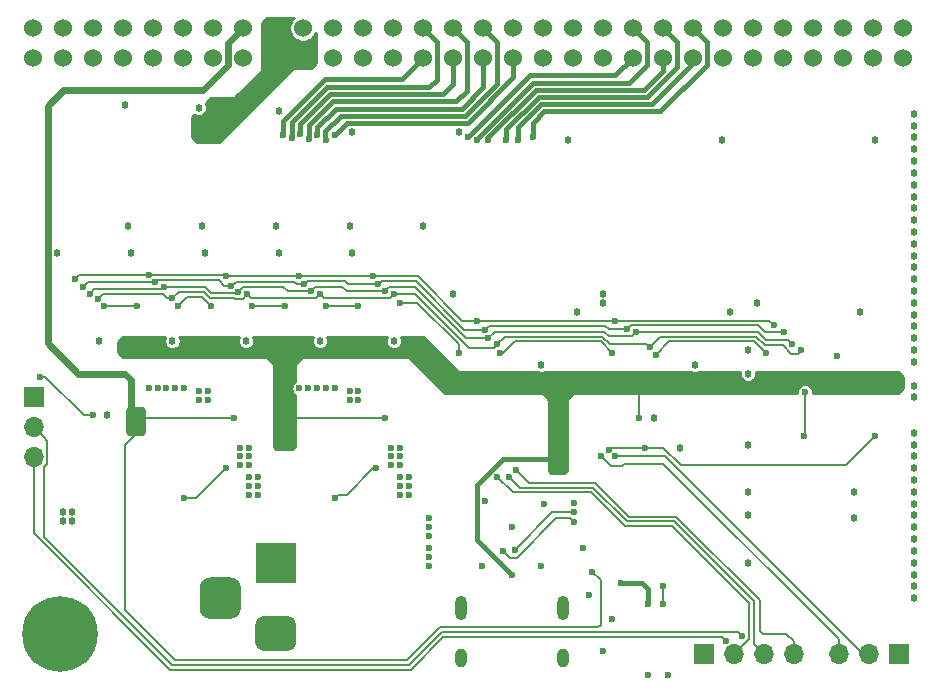
<source format=gbr>
G04 #@! TF.GenerationSoftware,KiCad,Pcbnew,(5.1.9-0-10_14)*
G04 #@! TF.CreationDate,2021-03-16T19:17:09+01:00*
G04 #@! TF.ProjectId,cflipclock_rev_a,63666c69-7063-46c6-9f63-6b5f7265765f,rev?*
G04 #@! TF.SameCoordinates,Original*
G04 #@! TF.FileFunction,Copper,L4,Bot*
G04 #@! TF.FilePolarity,Positive*
%FSLAX46Y46*%
G04 Gerber Fmt 4.6, Leading zero omitted, Abs format (unit mm)*
G04 Created by KiCad (PCBNEW (5.1.9-0-10_14)) date 2021-03-16 19:17:09*
%MOMM*%
%LPD*%
G01*
G04 APERTURE LIST*
G04 #@! TA.AperFunction,ComponentPad*
%ADD10O,1.700000X1.700000*%
G04 #@! TD*
G04 #@! TA.AperFunction,ComponentPad*
%ADD11R,1.700000X1.700000*%
G04 #@! TD*
G04 #@! TA.AperFunction,ComponentPad*
%ADD12R,3.500000X3.500000*%
G04 #@! TD*
G04 #@! TA.AperFunction,ComponentPad*
%ADD13C,0.800000*%
G04 #@! TD*
G04 #@! TA.AperFunction,ComponentPad*
%ADD14C,6.400000*%
G04 #@! TD*
G04 #@! TA.AperFunction,ComponentPad*
%ADD15C,1.524000*%
G04 #@! TD*
G04 #@! TA.AperFunction,ComponentPad*
%ADD16O,1.000000X2.100000*%
G04 #@! TD*
G04 #@! TA.AperFunction,ComponentPad*
%ADD17O,1.000000X1.600000*%
G04 #@! TD*
G04 #@! TA.AperFunction,ViaPad*
%ADD18C,0.624800*%
G04 #@! TD*
G04 #@! TA.AperFunction,ViaPad*
%ADD19C,0.600000*%
G04 #@! TD*
G04 #@! TA.AperFunction,Conductor*
%ADD20C,0.200000*%
G04 #@! TD*
G04 #@! TA.AperFunction,Conductor*
%ADD21C,0.400000*%
G04 #@! TD*
G04 #@! TA.AperFunction,Conductor*
%ADD22C,0.250000*%
G04 #@! TD*
G04 #@! TA.AperFunction,Conductor*
%ADD23C,0.600000*%
G04 #@! TD*
G04 #@! TA.AperFunction,Conductor*
%ADD24C,0.254000*%
G04 #@! TD*
G04 #@! TA.AperFunction,Conductor*
%ADD25C,0.100000*%
G04 #@! TD*
G04 APERTURE END LIST*
D10*
X179670000Y-121750000D03*
X182210000Y-121750000D03*
D11*
X184750000Y-121750000D03*
D10*
X111500000Y-105080000D03*
X111500000Y-102540000D03*
D11*
X111500000Y-100000000D03*
D10*
X175870000Y-121750000D03*
X173330000Y-121750000D03*
X170790000Y-121750000D03*
D11*
X168250000Y-121750000D03*
G04 #@! TA.AperFunction,ComponentPad*
G36*
G01*
X128175000Y-118750000D02*
X126425000Y-118750000D01*
G75*
G02*
X125550000Y-117875000I0J875000D01*
G01*
X125550000Y-116125000D01*
G75*
G02*
X126425000Y-115250000I875000J0D01*
G01*
X128175000Y-115250000D01*
G75*
G02*
X129050000Y-116125000I0J-875000D01*
G01*
X129050000Y-117875000D01*
G75*
G02*
X128175000Y-118750000I-875000J0D01*
G01*
G37*
G04 #@! TD.AperFunction*
G04 #@! TA.AperFunction,ComponentPad*
G36*
G01*
X133000000Y-121500000D02*
X131000000Y-121500000D01*
G75*
G02*
X130250000Y-120750000I0J750000D01*
G01*
X130250000Y-119250000D01*
G75*
G02*
X131000000Y-118500000I750000J0D01*
G01*
X133000000Y-118500000D01*
G75*
G02*
X133750000Y-119250000I0J-750000D01*
G01*
X133750000Y-120750000D01*
G75*
G02*
X133000000Y-121500000I-750000J0D01*
G01*
G37*
G04 #@! TD.AperFunction*
D12*
X132000000Y-114000000D03*
D13*
X115447056Y-118302944D03*
X113750000Y-117600000D03*
X112052944Y-118302944D03*
X111350000Y-120000000D03*
X112052944Y-121697056D03*
X113750000Y-122400000D03*
X115447056Y-121697056D03*
X116150000Y-120000000D03*
D14*
X113750000Y-120000000D03*
D15*
X111441100Y-71273600D03*
X111441100Y-68733600D03*
X113981100Y-71273600D03*
X113981100Y-68733600D03*
X116521100Y-71273600D03*
X116521100Y-68733600D03*
X119061100Y-71273600D03*
X119061100Y-68733600D03*
X121601100Y-71273600D03*
X121601100Y-68733600D03*
X124141100Y-71273600D03*
X124141100Y-68733600D03*
X126681100Y-71273600D03*
X126681100Y-68733600D03*
X129221100Y-71273600D03*
X129221100Y-68733600D03*
X131761100Y-71273600D03*
X131761100Y-68733600D03*
X134301100Y-71273600D03*
X134301100Y-68733600D03*
X136841100Y-71273600D03*
X136841100Y-68733600D03*
X139381100Y-71273600D03*
X139381100Y-68733600D03*
X141921100Y-71273600D03*
X141921100Y-68733600D03*
X144461100Y-71273600D03*
X144461100Y-68733600D03*
X147001100Y-71273600D03*
X147001100Y-68733600D03*
X149541100Y-71273600D03*
X149541100Y-68733600D03*
X152081100Y-71273600D03*
X152081100Y-68733600D03*
X154621100Y-71273600D03*
X154621100Y-68733600D03*
X157161100Y-71273600D03*
X157161100Y-68733600D03*
X159701100Y-71273600D03*
X159701100Y-68733600D03*
X162241100Y-71273600D03*
X162241100Y-68733600D03*
X164781100Y-71273600D03*
X164781100Y-68733600D03*
X167321100Y-71273600D03*
X167321100Y-68733600D03*
X169861100Y-71273600D03*
X169861100Y-68733600D03*
X172401100Y-71273600D03*
X172401100Y-68733600D03*
X174941100Y-71273600D03*
X174941100Y-68733600D03*
X177481100Y-71273600D03*
X177481100Y-68733600D03*
X180021100Y-71273600D03*
X180021100Y-68733600D03*
X182561100Y-71273600D03*
X182561100Y-68733600D03*
X185101100Y-71273600D03*
X185101100Y-68733600D03*
D16*
X156320000Y-117870000D03*
X147680000Y-117870000D03*
D17*
X147680000Y-122050000D03*
X156320000Y-122050000D03*
D18*
X147000000Y-91250000D03*
X159750000Y-91250000D03*
X159750000Y-92000000D03*
X172750000Y-92000000D03*
X156750000Y-78250000D03*
X169750000Y-78250000D03*
X182750000Y-78250000D03*
X181500000Y-92750000D03*
X170500000Y-92750000D03*
X157500000Y-92750000D03*
X125500000Y-75500000D03*
X119250000Y-75250000D03*
X132250000Y-75750000D03*
X138500000Y-77500000D03*
X147500000Y-77500000D03*
X138500000Y-87750000D03*
X132250000Y-87750000D03*
X138250000Y-85500000D03*
X144500000Y-85500000D03*
X132000000Y-85500000D03*
X126000000Y-87750000D03*
X125750000Y-85500000D03*
X113500000Y-87750000D03*
X119500000Y-85500000D03*
X119750000Y-87750000D03*
X142000000Y-95250000D03*
X135750000Y-95250000D03*
X129500000Y-95250000D03*
X123250000Y-95250000D03*
X117000000Y-95250000D03*
D19*
X141750000Y-105000000D03*
X142500000Y-105750000D03*
X141750000Y-105750000D03*
X142500000Y-107500000D03*
X142500000Y-106750000D03*
X143250000Y-106750000D03*
X143250000Y-107500000D03*
X142500000Y-105000000D03*
X141750000Y-104250000D03*
X142500000Y-104250000D03*
X143250000Y-108250000D03*
X142500000Y-108250000D03*
X137000000Y-99250000D03*
X136250000Y-99250000D03*
X135500000Y-99250000D03*
X134750000Y-99250000D03*
X134000000Y-99250000D03*
X139000000Y-100250000D03*
X139000000Y-99500000D03*
X138250000Y-100250000D03*
X138250000Y-99500000D03*
X129000000Y-105750000D03*
X129000000Y-105000000D03*
X129000000Y-104250000D03*
X129750000Y-104250000D03*
X129750000Y-105000000D03*
X129750000Y-105750000D03*
X129750000Y-106750000D03*
X130500000Y-106750000D03*
X129750000Y-107500000D03*
X130500000Y-107500000D03*
X129750000Y-108250000D03*
X130500000Y-108250000D03*
X126250000Y-100250000D03*
X126250000Y-99500000D03*
X125500000Y-99500000D03*
X125500000Y-100250000D03*
X122750000Y-99250000D03*
X123500000Y-99250000D03*
X124250000Y-99250000D03*
X122000000Y-99250000D03*
X121250000Y-99250000D03*
X152000000Y-111000000D03*
X149500000Y-114250000D03*
X154500000Y-114250000D03*
X179500000Y-96500000D03*
D18*
X167500000Y-97250000D03*
X154500000Y-97250000D03*
X172000000Y-98000000D03*
X117750000Y-101500000D03*
X114000000Y-109750000D03*
X114750000Y-109750000D03*
X114000000Y-110500000D03*
X114750000Y-110500000D03*
X186000000Y-105000000D03*
X181000000Y-110250000D03*
D19*
X158000000Y-112750000D03*
X158500000Y-116750000D03*
X159750000Y-121500000D03*
X160500000Y-118750000D03*
X163500000Y-123500000D03*
X165250000Y-123500000D03*
X149750000Y-108750000D03*
D18*
X166215006Y-104285000D03*
D19*
X157253020Y-108934087D03*
X154750000Y-109000000D03*
D18*
X164000000Y-101750000D03*
D19*
X145000000Y-111000000D03*
X145000000Y-110250000D03*
X145000000Y-111750000D03*
X145000000Y-112750000D03*
X145000000Y-113500000D03*
X145000000Y-114250000D03*
D18*
X186000000Y-104000000D03*
X186000000Y-103000000D03*
X186000000Y-106000000D03*
X186000000Y-107000000D03*
X186000000Y-108000000D03*
X186000000Y-109000000D03*
X186000000Y-110000000D03*
X186000000Y-111000000D03*
X186000000Y-112000000D03*
X186000000Y-113000000D03*
X186000000Y-114000000D03*
X186000000Y-115000000D03*
X186000000Y-116000000D03*
X186000000Y-117000000D03*
X186000000Y-100000000D03*
X186000000Y-99000000D03*
X186000000Y-97000000D03*
X186000000Y-96000000D03*
X186000000Y-95000000D03*
X186000000Y-94000000D03*
X186000000Y-93000000D03*
X186000000Y-92000000D03*
X186000000Y-91000000D03*
X186000000Y-90000000D03*
X186000000Y-89000000D03*
X186000000Y-88000000D03*
X186000000Y-87000000D03*
X186000000Y-86000000D03*
X186000000Y-85000000D03*
X186000000Y-84000000D03*
X186000000Y-83000000D03*
X186000000Y-82000000D03*
X186000000Y-81000000D03*
X186000000Y-80000000D03*
X186000000Y-79000000D03*
X186000000Y-78000000D03*
X186000000Y-77000000D03*
X186000000Y-76000000D03*
X172000000Y-96000000D03*
X181000000Y-108000000D03*
X172000000Y-110000000D03*
X172000000Y-108000000D03*
X172000000Y-104000000D03*
X172000000Y-114000000D03*
D19*
X180500000Y-98250000D03*
X141250000Y-101750000D03*
X133250000Y-102000000D03*
X152000000Y-115000000D03*
X167500000Y-98250000D03*
X154500000Y-98250000D03*
X144500000Y-95250000D03*
X138500000Y-95250000D03*
X132250000Y-95250000D03*
X126000000Y-95250000D03*
X119750000Y-95250000D03*
X132500000Y-102000000D03*
X132500000Y-102750000D03*
X133250000Y-102750000D03*
X132500000Y-101250000D03*
X155500000Y-106000000D03*
X156250000Y-106000000D03*
X156250000Y-105250000D03*
X155500000Y-105250000D03*
X161250000Y-115750000D03*
X163500000Y-117500000D03*
X182250000Y-98250000D03*
X182250000Y-99000000D03*
X181500000Y-99000000D03*
X181500000Y-98250000D03*
X162750000Y-101750000D03*
X137000044Y-77750000D03*
X136221692Y-78233333D03*
X135505661Y-77751442D03*
X134782405Y-78093377D03*
X134094234Y-77685406D03*
X133382393Y-78051204D03*
X132641220Y-77750070D03*
X148250000Y-78000000D03*
X149008948Y-78252982D03*
X150000940Y-78250940D03*
X151500000Y-78250000D03*
X152500000Y-78250000D03*
X153750000Y-78000000D03*
X139000000Y-92250000D03*
X136250000Y-92250000D03*
X174152280Y-93899990D03*
X160750000Y-93500000D03*
X149000004Y-93500000D03*
X140250000Y-89750000D03*
X134000000Y-89750000D03*
X115000000Y-90000000D03*
X121250000Y-89649969D03*
X127750000Y-89749984D03*
X147500000Y-96250000D03*
X142500000Y-92000000D03*
X132750000Y-92250000D03*
X130000000Y-92250000D03*
X126500000Y-92250000D03*
X123751198Y-92251491D03*
X164172281Y-96377327D03*
X173518337Y-96286665D03*
X160500000Y-96250000D03*
X151000000Y-96250000D03*
X120250000Y-92250000D03*
X117500000Y-92250000D03*
X137000000Y-108500000D03*
X140500000Y-106000000D03*
X160184313Y-104434313D03*
X163250000Y-104250000D03*
X182750000Y-103250000D03*
X175044453Y-94500000D03*
X161741039Y-94247024D03*
X140678791Y-90427926D03*
X149752986Y-94258958D03*
X134428791Y-90427926D03*
X115684313Y-90684313D03*
X121817998Y-90249979D03*
X128202525Y-90548602D03*
X175750000Y-95500000D03*
X141241052Y-90997018D03*
X150005972Y-95017916D03*
X134991052Y-90997018D03*
X116250000Y-91250000D03*
X122521386Y-90654519D03*
X128815761Y-91062372D03*
X162500000Y-94500021D03*
X176500000Y-96000000D03*
X163679187Y-95747359D03*
X150747018Y-95491052D03*
X142000000Y-91250000D03*
X135750000Y-91250000D03*
X123250000Y-91627937D03*
X116934313Y-91684313D03*
X129587111Y-91274594D03*
X176801615Y-99539470D03*
X176750000Y-103250000D03*
X151250000Y-113000000D03*
X157253142Y-110550006D03*
X152221458Y-112930012D03*
X157259456Y-109734073D03*
X151750000Y-106750000D03*
X150750000Y-106750000D03*
X164750000Y-116000000D03*
X164750000Y-117500000D03*
X127750000Y-106000000D03*
X124250000Y-108500000D03*
X152315687Y-106150000D03*
X126500000Y-78000000D03*
X126500000Y-77250000D03*
X126500000Y-76500000D03*
X126500000Y-75750000D03*
X128500000Y-101750000D03*
X120500000Y-102000000D03*
X119750000Y-102000000D03*
X119750000Y-102750000D03*
X120500000Y-102750000D03*
X119750000Y-101250000D03*
X158750000Y-114750000D03*
X171468629Y-120220735D03*
X170082875Y-120600010D03*
X112000000Y-98250000D03*
X116500002Y-101499998D03*
X159500000Y-105000000D03*
X160750000Y-105000000D03*
D20*
X133500000Y-101750000D02*
X133250000Y-102000000D01*
X141250000Y-101750000D02*
X133500000Y-101750000D01*
D21*
X149049999Y-112049999D02*
X152000000Y-115000000D01*
X149049999Y-107413999D02*
X149049999Y-112049999D01*
X151213998Y-105250000D02*
X149049999Y-107413999D01*
X155500000Y-105250000D02*
X151213998Y-105250000D01*
X161250000Y-115750000D02*
X163000000Y-115750000D01*
X163000000Y-115750000D02*
X163500000Y-116250000D01*
X163500000Y-116250000D02*
X163500000Y-117500000D01*
D20*
X162750000Y-101750000D02*
X162750000Y-99500000D01*
D21*
X138000044Y-76750000D02*
X137000044Y-77750000D01*
X148250000Y-76750000D02*
X138000044Y-76750000D01*
X152081100Y-72918900D02*
X148250000Y-76750000D01*
X152081100Y-71273600D02*
X152081100Y-72918900D01*
X136205671Y-77433144D02*
X136205671Y-78217312D01*
X136205671Y-78217312D02*
X136221692Y-78233333D01*
X150703101Y-73448357D02*
X148001470Y-76149989D01*
X137488826Y-76149989D02*
X136205671Y-77433144D01*
X149541100Y-68733600D02*
X150703101Y-69895601D01*
X148001470Y-76149989D02*
X137488826Y-76149989D01*
X150703101Y-69895601D02*
X150703101Y-73448357D01*
X149541100Y-73761816D02*
X147752938Y-75549978D01*
X137065475Y-75549978D02*
X135505661Y-77109792D01*
X149541100Y-71273600D02*
X149541100Y-73761816D01*
X147752938Y-75549978D02*
X137065475Y-75549978D01*
X135505661Y-77109792D02*
X135505661Y-77751442D01*
X134805659Y-76961251D02*
X134805659Y-78070123D01*
X147001100Y-68733600D02*
X148163101Y-69895601D01*
X136816943Y-74949967D02*
X134805659Y-76961251D01*
X147300033Y-74949967D02*
X136816943Y-74949967D01*
X148163101Y-74086899D02*
X147300033Y-74949967D01*
X134805659Y-78070123D02*
X134782405Y-78093377D01*
X148163101Y-69895601D02*
X148163101Y-74086899D01*
X147001100Y-71273600D02*
X147001100Y-73498900D01*
X136568411Y-74349956D02*
X134094234Y-76824133D01*
X147001100Y-73498900D02*
X146150044Y-74349956D01*
X134094234Y-76824133D02*
X134094234Y-77685406D01*
X146150044Y-74349956D02*
X136568411Y-74349956D01*
X145623101Y-73126899D02*
X145000055Y-73749945D01*
X145000055Y-73749945D02*
X136319879Y-73749945D01*
X133382393Y-76687431D02*
X133382393Y-78051204D01*
X145623101Y-69895601D02*
X145623101Y-73126899D01*
X136319879Y-73749945D02*
X133382393Y-76687431D01*
X144461100Y-68733600D02*
X145623101Y-69895601D01*
X136182381Y-73038900D02*
X132641220Y-76580061D01*
X142695800Y-73038900D02*
X136182381Y-73038900D01*
X132641220Y-76580061D02*
X132641220Y-77750070D01*
X144461100Y-71273600D02*
X142695800Y-73038900D01*
X148250000Y-78000000D02*
X153500000Y-72750000D01*
X160764700Y-72750000D02*
X162241100Y-71273600D01*
X153500000Y-72750000D02*
X160764700Y-72750000D01*
X149008948Y-78252982D02*
X149008948Y-78096880D01*
X161884459Y-73350003D02*
X163403101Y-71831361D01*
X153755825Y-73350003D02*
X161884459Y-73350003D01*
X163403101Y-69895601D02*
X162241100Y-68733600D01*
X163403101Y-71831361D02*
X163403101Y-69895601D01*
X149008948Y-78096880D02*
X153755825Y-73350003D01*
X164781100Y-72351230D02*
X164781100Y-71273600D01*
X150000940Y-77953431D02*
X154004357Y-73950014D01*
X154004357Y-73950014D02*
X163182316Y-73950014D01*
X150000940Y-78250940D02*
X150000940Y-77953431D01*
X163182316Y-73950014D02*
X164781100Y-72351230D01*
X163430847Y-74550025D02*
X165943101Y-72037771D01*
X154252889Y-74550025D02*
X163430847Y-74550025D01*
X151500000Y-77302914D02*
X154252889Y-74550025D01*
X165943101Y-69895601D02*
X164781100Y-68733600D01*
X165943101Y-72037771D02*
X165943101Y-69895601D01*
X151500000Y-78250000D02*
X151500000Y-77302914D01*
X152500000Y-78250000D02*
X152500000Y-77151457D01*
X152500000Y-77151457D02*
X154501421Y-75150036D01*
X154501421Y-75150036D02*
X163849964Y-75150036D01*
X167321100Y-71678900D02*
X167321100Y-71273600D01*
X163849964Y-75150036D02*
X167321100Y-71678900D01*
X168483101Y-69895601D02*
X167321100Y-68733600D01*
X168483101Y-71831361D02*
X168483101Y-69895601D01*
X153750000Y-76750000D02*
X154749953Y-75750047D01*
X154749953Y-75750047D02*
X164564415Y-75750047D01*
X153750000Y-78000000D02*
X153750000Y-76750000D01*
X164564415Y-75750047D02*
X168483101Y-71831361D01*
D20*
X139000000Y-92250000D02*
X136250000Y-92250000D01*
X160750000Y-93500000D02*
X149000004Y-93500000D01*
X115350031Y-89649969D02*
X121250000Y-89649969D01*
X115000000Y-90000000D02*
X115350031Y-89649969D01*
X121250000Y-89649969D02*
X127649985Y-89649969D01*
X134000000Y-89750000D02*
X127750016Y-89750000D01*
X127649985Y-89649969D02*
X127750000Y-89749984D01*
X127750016Y-89750000D02*
X127750000Y-89749984D01*
X138750000Y-89750000D02*
X140250000Y-89750000D01*
X134000000Y-89750000D02*
X138750000Y-89750000D01*
X147762800Y-93500000D02*
X149000004Y-93500000D01*
X144012800Y-89750000D02*
X147762800Y-93500000D01*
X140250000Y-89750000D02*
X144012800Y-89750000D01*
X173752290Y-93500000D02*
X160750000Y-93500000D01*
X174152280Y-93899990D02*
X173752290Y-93500000D01*
X147500000Y-96250000D02*
X147500000Y-95500000D01*
X144000000Y-92000000D02*
X142500000Y-92000000D01*
X147500000Y-95500000D02*
X144000000Y-92000000D01*
X132750000Y-92250000D02*
X130000000Y-92250000D01*
X125750000Y-91500000D02*
X124502689Y-91500000D01*
X126500000Y-92250000D02*
X125750000Y-91500000D01*
X124502689Y-91500000D02*
X123751198Y-92251491D01*
X164172281Y-96377327D02*
X165299608Y-95250000D01*
X172481672Y-95250000D02*
X173518337Y-96286665D01*
X165299608Y-95250000D02*
X172481672Y-95250000D01*
X160500000Y-96250000D02*
X159500000Y-95250000D01*
X159500000Y-95250000D02*
X152250000Y-95250000D01*
X151250000Y-96250000D02*
X151000000Y-96250000D01*
X152250000Y-95250000D02*
X151250000Y-96250000D01*
X119825736Y-92250000D02*
X117500000Y-92250000D01*
X120250000Y-92250000D02*
X119825736Y-92250000D01*
X140250000Y-106000000D02*
X140500000Y-106000000D01*
X138000000Y-108250000D02*
X140250000Y-106000000D01*
X137250000Y-108250000D02*
X137000000Y-108500000D01*
X138000000Y-108250000D02*
X137250000Y-108250000D01*
X160184313Y-104434313D02*
X160368626Y-104250000D01*
X160368626Y-104250000D02*
X163000000Y-104250000D01*
X163000000Y-104250000D02*
X163250000Y-104250000D01*
X180250000Y-105750000D02*
X182750000Y-103250000D01*
X166315698Y-105750000D02*
X180250000Y-105750000D01*
X164815698Y-104250000D02*
X166315698Y-105750000D01*
X163000000Y-104250000D02*
X164815698Y-104250000D01*
X115684313Y-90684313D02*
X115818635Y-90549991D01*
X116118647Y-90249979D02*
X119947079Y-90249979D01*
X119947079Y-90249979D02*
X121817998Y-90249979D01*
X115684313Y-90684313D02*
X116118647Y-90249979D01*
X122013460Y-90054517D02*
X127166512Y-90054517D01*
X128664441Y-90223563D02*
X128339402Y-90548602D01*
X121817998Y-90249979D02*
X122013460Y-90054517D01*
X127660597Y-90548602D02*
X128202525Y-90548602D01*
X127166512Y-90054517D02*
X127660597Y-90548602D01*
X134428791Y-90427926D02*
X133789924Y-90427926D01*
X133789924Y-90427926D02*
X133585561Y-90223563D01*
X128339402Y-90548602D02*
X128202525Y-90548602D01*
X133585561Y-90223563D02*
X128664441Y-90223563D01*
X138112226Y-90427926D02*
X140678791Y-90427926D01*
X134428791Y-90427926D02*
X134706706Y-90150011D01*
X134706706Y-90150011D02*
X137834311Y-90150011D01*
X137834311Y-90150011D02*
X138112226Y-90427926D01*
X140678791Y-90427926D02*
X140956706Y-90150011D01*
X140956706Y-90150011D02*
X143847111Y-90150011D01*
X143847111Y-90150011D02*
X147956058Y-94258958D01*
X147956058Y-94258958D02*
X149752986Y-94258958D01*
X175044453Y-94500000D02*
X173428772Y-94500000D01*
X172828783Y-93900011D02*
X162088052Y-93900011D01*
X173428772Y-94500000D02*
X172828783Y-93900011D01*
X162088052Y-93900011D02*
X161741039Y-94247024D01*
X150052985Y-93958959D02*
X149752986Y-94258958D01*
X161741039Y-94247024D02*
X160194124Y-94247024D01*
X160194124Y-94247024D02*
X159906059Y-93958959D01*
X159906059Y-93958959D02*
X150052985Y-93958959D01*
X148149316Y-95017916D02*
X150005972Y-95017916D01*
X141241052Y-90997018D02*
X141588071Y-90649999D01*
X143781399Y-90649999D02*
X148149316Y-95017916D01*
X141588071Y-90649999D02*
X143781399Y-90649999D01*
X137649999Y-90649999D02*
X138027927Y-91027927D01*
X138027927Y-91027927D02*
X141210143Y-91027927D01*
X135338071Y-90649999D02*
X137649999Y-90649999D01*
X141210143Y-91027927D02*
X141241052Y-90997018D01*
X134991052Y-90997018D02*
X135338071Y-90649999D01*
X122325916Y-90849989D02*
X122521386Y-90654519D01*
X116250000Y-91250000D02*
X116650011Y-90849989D01*
X116650011Y-90849989D02*
X122325916Y-90849989D01*
X126530004Y-91148604D02*
X128729529Y-91148604D01*
X126035919Y-90654519D02*
X126530004Y-91148604D01*
X134960143Y-91027927D02*
X133027927Y-91027927D01*
X122521386Y-90654519D02*
X126035919Y-90654519D01*
X133027927Y-91027927D02*
X132649999Y-90649999D01*
X134991052Y-90997018D02*
X134960143Y-91027927D01*
X129228134Y-90649999D02*
X128815761Y-91062372D01*
X128729529Y-91148604D02*
X128815761Y-91062372D01*
X132649999Y-90649999D02*
X129228134Y-90649999D01*
X150005972Y-95017916D02*
X150573910Y-94449978D01*
X150573910Y-94449978D02*
X159831378Y-94449978D01*
X159831378Y-94449978D02*
X160228425Y-94847025D01*
X162152996Y-94847025D02*
X162500000Y-94500021D01*
X160228425Y-94847025D02*
X162152996Y-94847025D01*
X162924264Y-94500021D02*
X162500000Y-94500021D01*
X172813050Y-94449978D02*
X162974307Y-94449978D01*
X162974307Y-94449978D02*
X162924264Y-94500021D01*
X175750000Y-95500000D02*
X175397358Y-95147358D01*
X175397358Y-95147358D02*
X173510430Y-95147358D01*
X173510430Y-95147358D02*
X172813050Y-94449978D01*
X148356751Y-95791051D02*
X150447019Y-95791051D01*
X143815700Y-91250000D02*
X148356751Y-95791051D01*
X150447019Y-95791051D02*
X150747018Y-95491052D01*
X142000000Y-91250000D02*
X143815700Y-91250000D01*
X141652981Y-91597019D02*
X142000000Y-91250000D01*
X136097019Y-91597019D02*
X141652981Y-91597019D01*
X135750000Y-91250000D02*
X136097019Y-91597019D01*
X122825736Y-91627937D02*
X123250000Y-91627937D01*
X116934313Y-91684313D02*
X117368626Y-91250000D01*
X117368626Y-91250000D02*
X122447799Y-91250000D01*
X122447799Y-91250000D02*
X122825736Y-91627937D01*
X126443637Y-91627937D02*
X128493322Y-91627937D01*
X128527759Y-91662374D02*
X129199331Y-91662374D01*
X125915689Y-91099989D02*
X126443637Y-91627937D01*
X135750000Y-91250000D02*
X135402981Y-91597019D01*
X128493322Y-91627937D02*
X128527759Y-91662374D01*
X123250000Y-91627937D02*
X123777948Y-91099989D01*
X123777948Y-91099989D02*
X125915689Y-91099989D01*
X129199331Y-91662374D02*
X129587111Y-91274594D01*
X135402981Y-91597019D02*
X129909536Y-91597019D01*
X129909536Y-91597019D02*
X129587111Y-91274594D01*
X150747018Y-95491052D02*
X151388081Y-94849989D01*
X151388081Y-94849989D02*
X159665689Y-94849989D01*
X163379188Y-95447360D02*
X163679187Y-95747359D01*
X159665689Y-94849989D02*
X160263060Y-95447360D01*
X160263060Y-95447360D02*
X163379188Y-95447360D01*
X176500000Y-96000000D02*
X176200001Y-96299999D01*
X175661997Y-96299999D02*
X174961987Y-95599989D01*
X174961987Y-95599989D02*
X173397361Y-95599989D01*
X164576557Y-94849989D02*
X163679187Y-95747359D01*
X176200001Y-96299999D02*
X175661997Y-96299999D01*
X173397361Y-95599989D02*
X172647361Y-94849989D01*
X172647361Y-94849989D02*
X164576557Y-94849989D01*
X176801615Y-103198385D02*
X176750000Y-103250000D01*
X176801615Y-99539470D02*
X176801615Y-103198385D01*
X156953136Y-110250000D02*
X157253142Y-110550006D01*
X151850001Y-113600001D02*
X152399999Y-113600001D01*
X151250000Y-113000000D02*
X151850001Y-113600001D01*
X155750000Y-110250000D02*
X156953136Y-110250000D01*
X152399999Y-113600001D02*
X155750000Y-110250000D01*
X152221458Y-112930012D02*
X155417397Y-109734073D01*
X155417397Y-109734073D02*
X157259456Y-109734073D01*
D22*
X173330000Y-121750000D02*
X173330000Y-121330000D01*
D20*
X165750000Y-110500001D02*
X161749999Y-110500001D01*
X172480001Y-120900001D02*
X172480001Y-117230003D01*
X161749999Y-110500001D02*
X158900009Y-107650011D01*
X158900009Y-107650011D02*
X152650011Y-107650011D01*
X172480001Y-117230003D02*
X165750000Y-110500001D01*
X173330000Y-121750000D02*
X172480001Y-120900001D01*
X152650011Y-107650011D02*
X151750000Y-106750000D01*
X171639999Y-120900001D02*
X170790000Y-121750000D01*
X165584311Y-110900012D02*
X172068629Y-117384331D01*
X172068629Y-117384331D02*
X172068629Y-120471371D01*
X152050022Y-108050022D02*
X158734320Y-108050022D01*
X150750000Y-106750000D02*
X152050022Y-108050022D01*
X161584310Y-110900012D02*
X165584311Y-110900012D01*
X172068629Y-120471371D02*
X171639999Y-120900001D01*
X158734320Y-108050022D02*
X161584310Y-110900012D01*
X164750000Y-116000000D02*
X164750000Y-117500000D01*
X125250000Y-108500000D02*
X124250000Y-108500000D01*
X127750000Y-106000000D02*
X125250000Y-108500000D01*
X175870000Y-120630000D02*
X175870000Y-121750000D01*
X175240000Y-120000000D02*
X175870000Y-120630000D01*
X173250000Y-120000000D02*
X175240000Y-120000000D01*
X159065698Y-107250000D02*
X161915688Y-110099990D01*
X173000000Y-119750000D02*
X173250000Y-120000000D01*
X173000000Y-117184302D02*
X173000000Y-119750000D01*
X165915689Y-110099990D02*
X166250000Y-110434302D01*
X153415687Y-107250000D02*
X159065698Y-107250000D01*
X166250000Y-110434302D02*
X173000000Y-117184302D01*
X152315687Y-106150000D02*
X153415687Y-107250000D01*
X161915688Y-110099990D02*
X165915689Y-110099990D01*
X128500000Y-101750000D02*
X120750000Y-101750000D01*
X120750000Y-101750000D02*
X120500000Y-102000000D01*
D23*
X119750000Y-98500000D02*
X119750000Y-101250000D01*
X119250000Y-98000000D02*
X119750000Y-98500000D01*
X112687599Y-75312401D02*
X112687599Y-95437599D01*
X115250000Y-98000000D02*
X119250000Y-98000000D01*
X114000000Y-74000000D02*
X112687599Y-75312401D01*
X125822462Y-74000000D02*
X114000000Y-74000000D01*
X127943101Y-71879361D02*
X125822462Y-74000000D01*
X127943101Y-70011599D02*
X127943101Y-71879361D01*
X112687599Y-95437599D02*
X115250000Y-98000000D01*
X129221100Y-68733600D02*
X127943101Y-70011599D01*
D20*
X159500000Y-119250000D02*
X159500000Y-115500000D01*
X145918623Y-119449978D02*
X159300022Y-119449978D01*
X159300022Y-119449978D02*
X159500000Y-119250000D01*
X119250000Y-118000000D02*
X123500000Y-122250000D01*
X119250000Y-104000000D02*
X119250000Y-118000000D01*
X143118601Y-122250000D02*
X145918623Y-119449978D01*
X123500000Y-122250000D02*
X143118601Y-122250000D01*
X159500000Y-115500000D02*
X158750000Y-114750000D01*
X120500000Y-102750000D02*
X119250000Y-104000000D01*
X146084312Y-119849989D02*
X143284290Y-122650011D01*
X171468629Y-120220735D02*
X171097883Y-119849989D01*
X171097883Y-119849989D02*
X146084312Y-119849989D01*
X112650001Y-105632001D02*
X112650001Y-103690001D01*
X123215709Y-122650011D02*
X112400010Y-111834312D01*
X143284290Y-122650011D02*
X123215709Y-122650011D01*
X112400010Y-111834312D02*
X112400010Y-105881992D01*
X112400010Y-105881992D02*
X112650001Y-105632001D01*
X112650001Y-103690001D02*
X112349999Y-103389999D01*
X112349999Y-103389999D02*
X111500000Y-102540000D01*
X123050020Y-123050022D02*
X143449979Y-123050022D01*
X143449979Y-123050022D02*
X146199990Y-120300011D01*
X146199990Y-120300011D02*
X169782876Y-120300011D01*
X111500000Y-105080000D02*
X111500000Y-111500002D01*
X111500000Y-111500002D02*
X123050020Y-123050022D01*
X169782876Y-120300011D02*
X170082875Y-120600010D01*
X115749998Y-101499998D02*
X116500002Y-101499998D01*
X112500000Y-98250000D02*
X115749998Y-101499998D01*
X112000000Y-98250000D02*
X112500000Y-98250000D01*
X179670000Y-120495736D02*
X179670000Y-121750000D01*
X160350001Y-105850001D02*
X161288001Y-105850001D01*
X164824275Y-105650011D02*
X179670000Y-120495736D01*
X161487991Y-105650011D02*
X164824275Y-105650011D01*
X161288001Y-105850001D02*
X161487991Y-105650011D01*
X159500000Y-105000000D02*
X160350001Y-105850001D01*
X165000000Y-105000000D02*
X160750000Y-105000000D01*
X181750000Y-121750000D02*
X165000000Y-105000000D01*
X182210000Y-121750000D02*
X181750000Y-121750000D01*
D24*
X122635517Y-94921552D02*
X122583247Y-95047743D01*
X122556600Y-95181706D01*
X122556600Y-95318294D01*
X122583247Y-95452257D01*
X122635517Y-95578448D01*
X122711401Y-95692017D01*
X122807983Y-95788599D01*
X122921552Y-95864483D01*
X123047743Y-95916753D01*
X123181706Y-95943400D01*
X123318294Y-95943400D01*
X123452257Y-95916753D01*
X123578448Y-95864483D01*
X123692017Y-95788599D01*
X123788599Y-95692017D01*
X123864483Y-95578448D01*
X123916753Y-95452257D01*
X123943400Y-95318294D01*
X123943400Y-95181706D01*
X123916753Y-95047743D01*
X123864483Y-94921552D01*
X123834714Y-94877000D01*
X128915286Y-94877000D01*
X128885517Y-94921552D01*
X128833247Y-95047743D01*
X128806600Y-95181706D01*
X128806600Y-95318294D01*
X128833247Y-95452257D01*
X128885517Y-95578448D01*
X128961401Y-95692017D01*
X129057983Y-95788599D01*
X129171552Y-95864483D01*
X129297743Y-95916753D01*
X129431706Y-95943400D01*
X129568294Y-95943400D01*
X129702257Y-95916753D01*
X129828448Y-95864483D01*
X129942017Y-95788599D01*
X130038599Y-95692017D01*
X130114483Y-95578448D01*
X130166753Y-95452257D01*
X130193400Y-95318294D01*
X130193400Y-95181706D01*
X130166753Y-95047743D01*
X130114483Y-94921552D01*
X130084714Y-94877000D01*
X135165286Y-94877000D01*
X135135517Y-94921552D01*
X135083247Y-95047743D01*
X135056600Y-95181706D01*
X135056600Y-95318294D01*
X135083247Y-95452257D01*
X135135517Y-95578448D01*
X135211401Y-95692017D01*
X135307983Y-95788599D01*
X135421552Y-95864483D01*
X135547743Y-95916753D01*
X135681706Y-95943400D01*
X135818294Y-95943400D01*
X135952257Y-95916753D01*
X136078448Y-95864483D01*
X136192017Y-95788599D01*
X136288599Y-95692017D01*
X136364483Y-95578448D01*
X136416753Y-95452257D01*
X136443400Y-95318294D01*
X136443400Y-95181706D01*
X136416753Y-95047743D01*
X136364483Y-94921552D01*
X136334714Y-94877000D01*
X141415286Y-94877000D01*
X141385517Y-94921552D01*
X141333247Y-95047743D01*
X141306600Y-95181706D01*
X141306600Y-95318294D01*
X141333247Y-95452257D01*
X141385517Y-95578448D01*
X141461401Y-95692017D01*
X141557983Y-95788599D01*
X141671552Y-95864483D01*
X141797743Y-95916753D01*
X141931706Y-95943400D01*
X142068294Y-95943400D01*
X142202257Y-95916753D01*
X142328448Y-95864483D01*
X142442017Y-95788599D01*
X142538599Y-95692017D01*
X142614483Y-95578448D01*
X142666753Y-95452257D01*
X142693400Y-95318294D01*
X142693400Y-95181706D01*
X142666753Y-95047743D01*
X142614483Y-94921552D01*
X142584714Y-94877000D01*
X144447394Y-94877000D01*
X147410197Y-97839803D01*
X147429443Y-97855597D01*
X147451399Y-97867333D01*
X147475224Y-97874560D01*
X147500000Y-97877000D01*
X154201771Y-97877000D01*
X154297743Y-97916753D01*
X154431706Y-97943400D01*
X154568294Y-97943400D01*
X154702257Y-97916753D01*
X154798229Y-97877000D01*
X167201771Y-97877000D01*
X167297743Y-97916753D01*
X167431706Y-97943400D01*
X167568294Y-97943400D01*
X167702257Y-97916753D01*
X167798229Y-97877000D01*
X171317482Y-97877000D01*
X171306600Y-97931706D01*
X171306600Y-98068294D01*
X171333247Y-98202257D01*
X171385517Y-98328448D01*
X171461401Y-98442017D01*
X171557983Y-98538599D01*
X171671552Y-98614483D01*
X171797743Y-98666753D01*
X171931706Y-98693400D01*
X172068294Y-98693400D01*
X172202257Y-98666753D01*
X172328448Y-98614483D01*
X172442017Y-98538599D01*
X172538599Y-98442017D01*
X172614483Y-98328448D01*
X172666753Y-98202257D01*
X172693400Y-98068294D01*
X172693400Y-97931706D01*
X172682518Y-97877000D01*
X184697394Y-97877000D01*
X185123000Y-98302606D01*
X185123000Y-99197394D01*
X184697394Y-99623000D01*
X177479341Y-99623000D01*
X177482615Y-99606543D01*
X177482615Y-99472397D01*
X177456444Y-99340830D01*
X177405109Y-99216896D01*
X177330582Y-99105358D01*
X177235727Y-99010503D01*
X177124189Y-98935976D01*
X177000255Y-98884641D01*
X176868688Y-98858470D01*
X176734542Y-98858470D01*
X176602975Y-98884641D01*
X176479041Y-98935976D01*
X176367503Y-99010503D01*
X176272648Y-99105358D01*
X176198121Y-99216896D01*
X176146786Y-99340830D01*
X176120615Y-99472397D01*
X176120615Y-99606543D01*
X176123889Y-99623000D01*
X157250000Y-99623000D01*
X157225224Y-99625440D01*
X157201399Y-99632667D01*
X157179443Y-99644403D01*
X157160197Y-99660197D01*
X156660197Y-100160197D01*
X156644403Y-100179443D01*
X156632667Y-100201399D01*
X156625440Y-100225224D01*
X156623000Y-100250000D01*
X156623000Y-106197394D01*
X156447394Y-106373000D01*
X155302606Y-106373000D01*
X155127000Y-106197394D01*
X155127000Y-100250000D01*
X155124560Y-100225224D01*
X155117333Y-100201399D01*
X155105597Y-100179443D01*
X155089803Y-100160197D01*
X154589803Y-99660197D01*
X154570557Y-99644403D01*
X154548601Y-99632667D01*
X154524776Y-99625440D01*
X154500000Y-99623000D01*
X146302606Y-99623000D01*
X143339803Y-96660197D01*
X143320557Y-96644403D01*
X143298601Y-96632667D01*
X143274776Y-96625440D01*
X143250000Y-96623000D01*
X134250000Y-96623000D01*
X134225224Y-96625440D01*
X134201399Y-96632667D01*
X134179443Y-96644403D01*
X134160197Y-96660197D01*
X133660197Y-97160197D01*
X133644403Y-97179443D01*
X133632667Y-97201399D01*
X133625440Y-97225224D01*
X133623000Y-97250000D01*
X133623000Y-98682872D01*
X133565888Y-98721033D01*
X133471033Y-98815888D01*
X133396506Y-98927426D01*
X133345171Y-99051360D01*
X133319000Y-99182927D01*
X133319000Y-99317073D01*
X133345171Y-99448640D01*
X133396506Y-99572574D01*
X133471033Y-99684112D01*
X133565888Y-99778967D01*
X133623000Y-99817128D01*
X133623000Y-104190561D01*
X133404332Y-104373000D01*
X132052606Y-104373000D01*
X131877000Y-104197394D01*
X131877000Y-97250000D01*
X131874560Y-97225224D01*
X131867333Y-97201399D01*
X131855597Y-97179443D01*
X131839803Y-97160197D01*
X131339803Y-96660197D01*
X131320557Y-96644403D01*
X131298601Y-96632667D01*
X131274776Y-96625440D01*
X131250000Y-96623000D01*
X119052606Y-96623000D01*
X118627000Y-96197394D01*
X118627000Y-95302606D01*
X119052606Y-94877000D01*
X122665286Y-94877000D01*
X122635517Y-94921552D01*
G04 #@! TA.AperFunction,Conductor*
D25*
G36*
X122635517Y-94921552D02*
G01*
X122583247Y-95047743D01*
X122556600Y-95181706D01*
X122556600Y-95318294D01*
X122583247Y-95452257D01*
X122635517Y-95578448D01*
X122711401Y-95692017D01*
X122807983Y-95788599D01*
X122921552Y-95864483D01*
X123047743Y-95916753D01*
X123181706Y-95943400D01*
X123318294Y-95943400D01*
X123452257Y-95916753D01*
X123578448Y-95864483D01*
X123692017Y-95788599D01*
X123788599Y-95692017D01*
X123864483Y-95578448D01*
X123916753Y-95452257D01*
X123943400Y-95318294D01*
X123943400Y-95181706D01*
X123916753Y-95047743D01*
X123864483Y-94921552D01*
X123834714Y-94877000D01*
X128915286Y-94877000D01*
X128885517Y-94921552D01*
X128833247Y-95047743D01*
X128806600Y-95181706D01*
X128806600Y-95318294D01*
X128833247Y-95452257D01*
X128885517Y-95578448D01*
X128961401Y-95692017D01*
X129057983Y-95788599D01*
X129171552Y-95864483D01*
X129297743Y-95916753D01*
X129431706Y-95943400D01*
X129568294Y-95943400D01*
X129702257Y-95916753D01*
X129828448Y-95864483D01*
X129942017Y-95788599D01*
X130038599Y-95692017D01*
X130114483Y-95578448D01*
X130166753Y-95452257D01*
X130193400Y-95318294D01*
X130193400Y-95181706D01*
X130166753Y-95047743D01*
X130114483Y-94921552D01*
X130084714Y-94877000D01*
X135165286Y-94877000D01*
X135135517Y-94921552D01*
X135083247Y-95047743D01*
X135056600Y-95181706D01*
X135056600Y-95318294D01*
X135083247Y-95452257D01*
X135135517Y-95578448D01*
X135211401Y-95692017D01*
X135307983Y-95788599D01*
X135421552Y-95864483D01*
X135547743Y-95916753D01*
X135681706Y-95943400D01*
X135818294Y-95943400D01*
X135952257Y-95916753D01*
X136078448Y-95864483D01*
X136192017Y-95788599D01*
X136288599Y-95692017D01*
X136364483Y-95578448D01*
X136416753Y-95452257D01*
X136443400Y-95318294D01*
X136443400Y-95181706D01*
X136416753Y-95047743D01*
X136364483Y-94921552D01*
X136334714Y-94877000D01*
X141415286Y-94877000D01*
X141385517Y-94921552D01*
X141333247Y-95047743D01*
X141306600Y-95181706D01*
X141306600Y-95318294D01*
X141333247Y-95452257D01*
X141385517Y-95578448D01*
X141461401Y-95692017D01*
X141557983Y-95788599D01*
X141671552Y-95864483D01*
X141797743Y-95916753D01*
X141931706Y-95943400D01*
X142068294Y-95943400D01*
X142202257Y-95916753D01*
X142328448Y-95864483D01*
X142442017Y-95788599D01*
X142538599Y-95692017D01*
X142614483Y-95578448D01*
X142666753Y-95452257D01*
X142693400Y-95318294D01*
X142693400Y-95181706D01*
X142666753Y-95047743D01*
X142614483Y-94921552D01*
X142584714Y-94877000D01*
X144447394Y-94877000D01*
X147410197Y-97839803D01*
X147429443Y-97855597D01*
X147451399Y-97867333D01*
X147475224Y-97874560D01*
X147500000Y-97877000D01*
X154201771Y-97877000D01*
X154297743Y-97916753D01*
X154431706Y-97943400D01*
X154568294Y-97943400D01*
X154702257Y-97916753D01*
X154798229Y-97877000D01*
X167201771Y-97877000D01*
X167297743Y-97916753D01*
X167431706Y-97943400D01*
X167568294Y-97943400D01*
X167702257Y-97916753D01*
X167798229Y-97877000D01*
X171317482Y-97877000D01*
X171306600Y-97931706D01*
X171306600Y-98068294D01*
X171333247Y-98202257D01*
X171385517Y-98328448D01*
X171461401Y-98442017D01*
X171557983Y-98538599D01*
X171671552Y-98614483D01*
X171797743Y-98666753D01*
X171931706Y-98693400D01*
X172068294Y-98693400D01*
X172202257Y-98666753D01*
X172328448Y-98614483D01*
X172442017Y-98538599D01*
X172538599Y-98442017D01*
X172614483Y-98328448D01*
X172666753Y-98202257D01*
X172693400Y-98068294D01*
X172693400Y-97931706D01*
X172682518Y-97877000D01*
X184697394Y-97877000D01*
X185123000Y-98302606D01*
X185123000Y-99197394D01*
X184697394Y-99623000D01*
X177479341Y-99623000D01*
X177482615Y-99606543D01*
X177482615Y-99472397D01*
X177456444Y-99340830D01*
X177405109Y-99216896D01*
X177330582Y-99105358D01*
X177235727Y-99010503D01*
X177124189Y-98935976D01*
X177000255Y-98884641D01*
X176868688Y-98858470D01*
X176734542Y-98858470D01*
X176602975Y-98884641D01*
X176479041Y-98935976D01*
X176367503Y-99010503D01*
X176272648Y-99105358D01*
X176198121Y-99216896D01*
X176146786Y-99340830D01*
X176120615Y-99472397D01*
X176120615Y-99606543D01*
X176123889Y-99623000D01*
X157250000Y-99623000D01*
X157225224Y-99625440D01*
X157201399Y-99632667D01*
X157179443Y-99644403D01*
X157160197Y-99660197D01*
X156660197Y-100160197D01*
X156644403Y-100179443D01*
X156632667Y-100201399D01*
X156625440Y-100225224D01*
X156623000Y-100250000D01*
X156623000Y-106197394D01*
X156447394Y-106373000D01*
X155302606Y-106373000D01*
X155127000Y-106197394D01*
X155127000Y-100250000D01*
X155124560Y-100225224D01*
X155117333Y-100201399D01*
X155105597Y-100179443D01*
X155089803Y-100160197D01*
X154589803Y-99660197D01*
X154570557Y-99644403D01*
X154548601Y-99632667D01*
X154524776Y-99625440D01*
X154500000Y-99623000D01*
X146302606Y-99623000D01*
X143339803Y-96660197D01*
X143320557Y-96644403D01*
X143298601Y-96632667D01*
X143274776Y-96625440D01*
X143250000Y-96623000D01*
X134250000Y-96623000D01*
X134225224Y-96625440D01*
X134201399Y-96632667D01*
X134179443Y-96644403D01*
X134160197Y-96660197D01*
X133660197Y-97160197D01*
X133644403Y-97179443D01*
X133632667Y-97201399D01*
X133625440Y-97225224D01*
X133623000Y-97250000D01*
X133623000Y-98682872D01*
X133565888Y-98721033D01*
X133471033Y-98815888D01*
X133396506Y-98927426D01*
X133345171Y-99051360D01*
X133319000Y-99182927D01*
X133319000Y-99317073D01*
X133345171Y-99448640D01*
X133396506Y-99572574D01*
X133471033Y-99684112D01*
X133565888Y-99778967D01*
X133623000Y-99817128D01*
X133623000Y-104190561D01*
X133404332Y-104373000D01*
X132052606Y-104373000D01*
X131877000Y-104197394D01*
X131877000Y-97250000D01*
X131874560Y-97225224D01*
X131867333Y-97201399D01*
X131855597Y-97179443D01*
X131839803Y-97160197D01*
X131339803Y-96660197D01*
X131320557Y-96644403D01*
X131298601Y-96632667D01*
X131274776Y-96625440D01*
X131250000Y-96623000D01*
X119052606Y-96623000D01*
X118627000Y-96197394D01*
X118627000Y-95302606D01*
X119052606Y-94877000D01*
X122665286Y-94877000D01*
X122635517Y-94921552D01*
G37*
G04 #@! TD.AperFunction*
D24*
X133413274Y-68004980D02*
X133288187Y-68192187D01*
X133202025Y-68400199D01*
X133158100Y-68621024D01*
X133158100Y-68846176D01*
X133202025Y-69067001D01*
X133288187Y-69275013D01*
X133413274Y-69462220D01*
X133572480Y-69621426D01*
X133759687Y-69746513D01*
X133967699Y-69832675D01*
X134188524Y-69876600D01*
X134413676Y-69876600D01*
X134634501Y-69832675D01*
X134842513Y-69746513D01*
X135029720Y-69621426D01*
X135188926Y-69462220D01*
X135314013Y-69275013D01*
X135373000Y-69132607D01*
X135373000Y-71697394D01*
X134947394Y-72123000D01*
X133500000Y-72123000D01*
X133475224Y-72125440D01*
X133451399Y-72132667D01*
X133429443Y-72144403D01*
X133410197Y-72160197D01*
X127197394Y-78373000D01*
X125302606Y-78373000D01*
X124877000Y-77947394D01*
X124877000Y-76302606D01*
X125107752Y-76071854D01*
X125171552Y-76114483D01*
X125297743Y-76166753D01*
X125431706Y-76193400D01*
X125568294Y-76193400D01*
X125702257Y-76166753D01*
X125828448Y-76114483D01*
X125942017Y-76038599D01*
X126038599Y-75942017D01*
X126114483Y-75828448D01*
X126166753Y-75702257D01*
X126193400Y-75568294D01*
X126193400Y-75431706D01*
X126166753Y-75297743D01*
X126114483Y-75171552D01*
X126071854Y-75107752D01*
X126552606Y-74627000D01*
X128500000Y-74627000D01*
X128524776Y-74624560D01*
X128548601Y-74617333D01*
X128570557Y-74605597D01*
X128589803Y-74589803D01*
X130839803Y-72339803D01*
X130855597Y-72320557D01*
X130867333Y-72298601D01*
X130874560Y-72274776D01*
X130877000Y-72250000D01*
X130877000Y-68302606D01*
X131302606Y-67877000D01*
X133541254Y-67877000D01*
X133413274Y-68004980D01*
G04 #@! TA.AperFunction,Conductor*
D25*
G36*
X133413274Y-68004980D02*
G01*
X133288187Y-68192187D01*
X133202025Y-68400199D01*
X133158100Y-68621024D01*
X133158100Y-68846176D01*
X133202025Y-69067001D01*
X133288187Y-69275013D01*
X133413274Y-69462220D01*
X133572480Y-69621426D01*
X133759687Y-69746513D01*
X133967699Y-69832675D01*
X134188524Y-69876600D01*
X134413676Y-69876600D01*
X134634501Y-69832675D01*
X134842513Y-69746513D01*
X135029720Y-69621426D01*
X135188926Y-69462220D01*
X135314013Y-69275013D01*
X135373000Y-69132607D01*
X135373000Y-71697394D01*
X134947394Y-72123000D01*
X133500000Y-72123000D01*
X133475224Y-72125440D01*
X133451399Y-72132667D01*
X133429443Y-72144403D01*
X133410197Y-72160197D01*
X127197394Y-78373000D01*
X125302606Y-78373000D01*
X124877000Y-77947394D01*
X124877000Y-76302606D01*
X125107752Y-76071854D01*
X125171552Y-76114483D01*
X125297743Y-76166753D01*
X125431706Y-76193400D01*
X125568294Y-76193400D01*
X125702257Y-76166753D01*
X125828448Y-76114483D01*
X125942017Y-76038599D01*
X126038599Y-75942017D01*
X126114483Y-75828448D01*
X126166753Y-75702257D01*
X126193400Y-75568294D01*
X126193400Y-75431706D01*
X126166753Y-75297743D01*
X126114483Y-75171552D01*
X126071854Y-75107752D01*
X126552606Y-74627000D01*
X128500000Y-74627000D01*
X128524776Y-74624560D01*
X128548601Y-74617333D01*
X128570557Y-74605597D01*
X128589803Y-74589803D01*
X130839803Y-72339803D01*
X130855597Y-72320557D01*
X130867333Y-72298601D01*
X130874560Y-72274776D01*
X130877000Y-72250000D01*
X130877000Y-68302606D01*
X131302606Y-67877000D01*
X133541254Y-67877000D01*
X133413274Y-68004980D01*
G37*
G04 #@! TD.AperFunction*
D24*
X120873000Y-101052606D02*
X120873000Y-102947394D01*
X120697394Y-103123000D01*
X119552606Y-103123000D01*
X119377000Y-102947394D01*
X119377000Y-101052606D01*
X119552606Y-100877000D01*
X120697394Y-100877000D01*
X120873000Y-101052606D01*
G04 #@! TA.AperFunction,Conductor*
D25*
G36*
X120873000Y-101052606D02*
G01*
X120873000Y-102947394D01*
X120697394Y-103123000D01*
X119552606Y-103123000D01*
X119377000Y-102947394D01*
X119377000Y-101052606D01*
X119552606Y-100877000D01*
X120697394Y-100877000D01*
X120873000Y-101052606D01*
G37*
G04 #@! TD.AperFunction*
M02*

</source>
